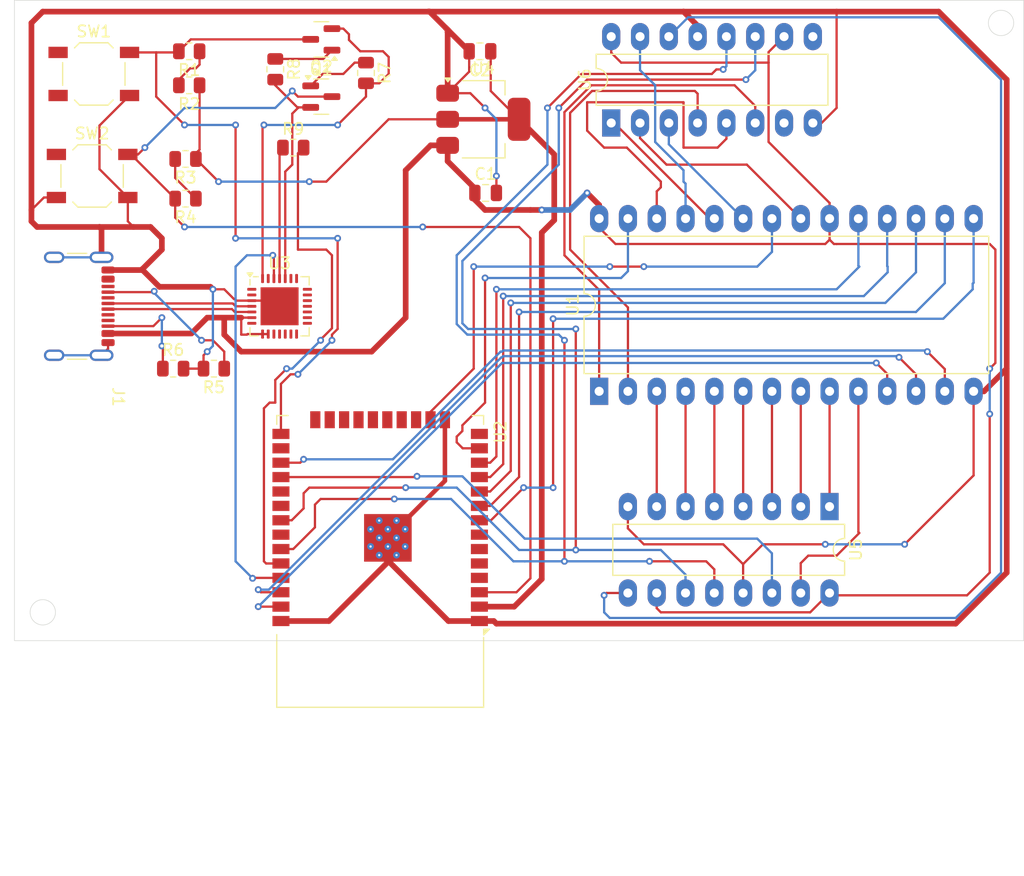
<source format=kicad_pcb>
(kicad_pcb (version 20240108) (generator "pcbnew") (generator_version "8.0")
  (layers (0 "F.Cu" signal) (31 "B.Cu" signal) (34 "B.Paste" user) (35 "F.Paste" user) (36 "B.SilkS" user "B.Silkscreen") (37 "F.SilkS" user "F.Silkscreen") (38 "B.Mask" user) (39 "F.Mask" user) (44 "Edge.Cuts" user))
  (net 0 "")
  (net 1 "+5V")
  (net 2 "Dn")
  (net 3 "Net-(J1-CC2)")
  (net 4 "Dp")
  (net 5 "Net-(J1-CC1)")
  (net 8 "GND")
  (net 9 "RTS")
  (net 10 "EN")
  (net 11 "Net-(Q1-B)")
  (net 12 "Net-(Q2-B)")
  (net 13 "IO0")
  (net 14 "DTR")
  (net 15 "Net-(R1-Pad1)")
  (net 16 "+3.3V")
  (net 17 "Net-(R3-Pad2)")
  (net 18 "Net-(U3-RXD)")
  (net 19 "RXD")
  (net 20 "OE")
  (net 21 "A10")
  (net 22 "A1")
  (net 23 "A14")
  (net 24 "D1")
  (net 25 "A3")
  (net 26 "A4")
  (net 27 "D6")
  (net 28 "WE")
  (net 29 "A6")
  (net 30 "A7")
  (net 31 "D0")
  (net 32 "A2")
  (net 33 "A12")
  (net 34 "A0")
  (net 35 "D2")
  (net 36 "A13")
  (net 37 "A8")
  (net 38 "D3")
  (net 39 "A9")
  (net 40 "D5")
  (net 41 "D4")
  (net 42 "A11")
  (net 43 "D7")
  (net 44 "A5")
  (net 53 "SRCP")
  (net 54 "D1R")
  (net 57 "STCP")
  (net 75 "TXD")
  (net 84 "D2R")
  (footprint "Package_TO_SOT_SMD:SOT-23" (layer "F.Cu") (at 54.5625 58)
    (property "Reference" "Q1")
    (property "Value" "SS8050")
  )
  (footprint "Resistor_SMD:R_0805_2012Metric" (layer "F.Cu") (at 42.9125 57 180)
    (property "Reference" "R2")
    (property "Value" "12k")
  )
  (footprint "Resistor_SMD:R_0805_2012Metric" (layer "F.Cu") (at 50.5 55.5875 -90)
    (property "Reference" "R8")
    (property "Value" "12k")
  )
  (footprint "Resistor_SMD:R_0805_2012Metric" (layer "F.Cu") (at 45.0875 82 180)
    (property "Reference" "R5")
    (property "Value" "5.1k")
  )
  (footprint "Package_TO_SOT_SMD:SOT-223-3_TabPin2" (layer "F.Cu") (at 68.85 60)
    (property "Reference" "U4")
    (property "Value" "AMS1117-3.3")
  )
  (footprint "Capacitor_SMD:C_0805_2012Metric" (layer "F.Cu") (at 68.55 54 180)
    (property "Reference" "C2")
    (property "Value" "100n")
  )
  (footprint "Capacitor_SMD:C_0805_2012Metric" (layer "F.Cu") (at 69.05 66.5)
    (property "Reference" "C1")
    (property "Value" "1u")
  )
  (footprint "Package_DIP:DIP-16_W7.62mm_LongPads" (layer "F.Cu") (at 99.375 94.175 -90)
    (property "Reference" "U5")
    (property "Value" "74HC595")
  )
  (footprint "Package_DIP:DIP-28_W15.24mm_LongPads" (layer "F.Cu") (at 79.06 84 90)
    (property "Reference" "U1")
    (property "Value" "28C256")
  )
  (footprint "Package_DFN_QFN:QFN-28-1EP_5x5mm_P0.5mm_EP3.35x3.35mm" (layer "F.Cu") (at 50.88 76.5)
    (property "Reference" "U3")
    (property "Value" "CP2102N-Axx-xQFN28")
  )
  (footprint "RF_Module:ESP32-WROOM-32" (layer "F.Cu") (at 59.75 96.02 180)
    (property "Reference" "U2")
    (property "Value" "ESP32-WROOM-32")
  )
  (footprint "Resistor_SMD:R_0805_2012Metric" (layer "F.Cu") (at 42.9125 54 180)
    (property "Reference" "R1")
    (property "Value" "470")
  )
  (footprint "Package_DIP:DIP-16_W7.62mm_LongPads" (layer "F.Cu") (at 80.125 60.325 90)
    (property "Reference" "U6")
    (property "Value" "74HC595")
  )
  (footprint "Package_TO_SOT_SMD:SOT-23" (layer "F.Cu") (at 54.5625 52.95 180)
    (property "Reference" "Q2")
    (property "Value" "SS8050")
  )
  (footprint "Resistor_SMD:R_0805_2012Metric" (layer "F.Cu") (at 41.5 82)
    (property "Reference" "R6")
    (property "Value" "5.1k")
  )
  (footprint "Resistor_SMD:R_0805_2012Metric" (layer "F.Cu") (at 42.5875 63.5 180)
    (property "Reference" "R3")
    (property "Value" "12k")
  )
  (footprint "Resistor_SMD:R_0805_2012Metric" (layer "F.Cu") (at 42.5875 67 180)
    (property "Reference" "R4")
    (property "Value" "470")
  )
  (footprint "Button_Switch_SMD:SW_SPST_TL3342" (layer "F.Cu") (at 34.5 56)
    (property "Reference" "SW1")
    (property "Value" "SW_Push")
  )
  (footprint "Connector_USB:USB_C_Receptacle_GCT_USB4105-xx-A_16P_TopMnt_Horizontal" (layer "F.Cu") (at 32.075 76.5 -90)
    (property "Reference" "J1")
    (property "Value" "USB_C_Receptacle_USB2.0_16P")
  )
  (footprint "Button_Switch_SMD:SW_SPST_TL3342" (layer "F.Cu") (at 34.35 65)
    (property "Reference" "SW2")
    (property "Value" "SW_Push")
  )
  (footprint "Resistor_SMD:R_0805_2012Metric" (layer "F.Cu") (at 52.0875 62.5)
    (property "Reference" "R9")
    (property "Value" "470")
  )
  (footprint "Resistor_SMD:R_0805_2012Metric" (layer "F.Cu") (at 58.5 55.9125 -90)
    (property "Reference" "R7")
    (property "Value" "12k")
  )
  (gr_rect (start 27.5 49.5) (end 116.5 106) (stroke (width 0.05)) (fill none) (layer "Edge.Cuts"))
  (gr_circle (center 114.5 51.5) (end 115.5 52) (stroke (width 0.05)) (fill none) (layer "Edge.Cuts"))
  (gr_circle (center 30 103.5) (end 31 104) (stroke (width 0.05)) (fill none) (layer "Edge.Cuts"))
  (segment (start 99.38 70.62) (end 99 71) (width 0.2) (layer "F.Cu") (net 1))
  (segment (start 62 77.5) (end 62 64.5) (width 0.5) (layer "F.Cu") (net 1))
  (segment (start 46 79) (end 47.5 80.5) (width 0.5) (layer "F.Cu") (net 1))
  (segment (start 113.5 86) (end 113.5 100) (width 0.2) (layer "F.Cu") (net 1))
  (segment (start 68.1 66.1) (end 65.7 63.7) (width 0.5) (layer "F.Cu") (net 1))
  (segment (start 46 77.5) (end 46 79) (width 0.5) (layer "F.Cu") (net 1))
  (segment (start 59 80.5) (end 62 77.5) (width 0.5) (layer "F.Cu") (net 1))
  (segment (start 114 71.5) (end 114 81.5) (width 0.2) (layer "F.Cu") (net 1))
  (segment (start 79.06 69.56) (end 79.06 68.76) (width 0.2) (layer "F.Cu") (net 1))
  (segment (start 99.38 70.62) (end 99.76 71) (width 0.2) (layer "F.Cu") (net 1))
  (segment (start 79.06 67.56) (end 79.06 68.76) (width 0.5) (layer "F.Cu") (net 1))
  (segment (start 73 68) (end 74 68) (width 0.5) (layer "F.Cu") (net 1))
  (segment (start 113.5 71) (end 114 71.5) (width 0.2) (layer "F.Cu") (net 1))
  (segment (start 48 79) (end 48.05 78.95) (width 0.2) (layer "F.Cu") (net 1))
  (segment (start 111.5 102) (end 99.58 102) (width 0.2) (layer "F.Cu") (net 1))
  (segment (start 81 55) (end 94 55) (width 0.2) (layer "F.Cu") (net 1))
  (segment (start 69 68) (end 73 68) (width 0.5) (layer "F.Cu") (net 1))
  (segment (start 99.38 68.76) (end 99.38 67.38) (width 0.2) (layer "F.Cu") (net 1))
  (segment (start 94 54.07) (end 95.365 52.705) (width 0.2) (layer "F.Cu") (net 1))
  (segment (start 47.5 77.5) (end 46 77.5) (width 0.5) (layer "F.Cu") (net 1))
  (segment (start 100 71) (end 113.5 71) (width 0.2) (layer "F.Cu") (net 1))
  (segment (start 84.135 101.795) (end 84.135 103.135) (width 0.2) (layer "F.Cu") (net 1))
  (segment (start 47.5 77.5) (end 47.5 79) (width 0.2) (layer "F.Cu") (net 1))
  (segment (start 49.38 78.95) (end 49.88 78.95) (width 0.2) (layer "F.Cu") (net 1))
  (segment (start 84.135 103.135) (end 84.5 103.5) (width 0.2) (layer "F.Cu") (net 1))
  (segment (start 47.5 80.5) (end 59 80.5) (width 0.5) (layer "F.Cu") (net 1))
  (segment (start 97.67 103.5) (end 99.375 101.795) (width 0.2) (layer "F.Cu") (net 1))
  (segment (start 64.2 62.3) (end 65.7 62.3) (width 0.5) (layer "F.Cu") (net 1))
  (segment (start 80.125 54.125) (end 81 55) (width 0.2) (layer "F.Cu") (net 1))
  (segment (start 114 81.5) (end 113.5 82) (width 0.2) (layer "F.Cu") (net 1))
  (segment (start 94 62) (end 94 55) (width 0.2) (layer "F.Cu") (net 1))
  (segment (start 65.7 63.7) (end 65.7 62.3) (width 0.5) (layer "F.Cu") (net 1))
  (segment (start 99.76 71) (end 100 71) (width 0.2) (layer "F.Cu") (net 1))
  (segment (start 78 66.5) (end 79.06 67.56) (width 0.5) (layer "F.Cu") (net 1))
  (segment (start 62 64.5) (end 64.2 62.3) (width 0.5) (layer "F.Cu") (net 1))
  (segment (start 99.38 67.38) (end 94 62) (width 0.2) (layer "F.Cu") (net 1))
  (segment (start 68.1 66.5) (end 68.1 66.1) (width 0.5) (layer "F.Cu") (net 1))
  (segment (start 94 55) (end 94 54.07) (width 0.2) (layer "F.Cu") (net 1))
  (segment (start 99 71) (end 80.5 71) (width 0.2) (layer "F.Cu") (net 1))
  (segment (start 99.58 102) (end 99.375 101.795) (width 0.2) (layer "F.Cu") (net 1))
  (segment (start 113.5 100) (end 111.5 102) (width 0.2) (layer "F.Cu") (net 1))
  (segment (start 68.1 67.1) (end 69 68) (width 0.5) (layer "F.Cu") (net 1))
  (segment (start 44.5 77.5) (end 43.1 78.9) (width 0.5) (layer "F.Cu") (net 1))
  (segment (start 48.05 78.95) (end 49.38 78.95) (width 0.2) (layer "F.Cu") (net 1))
  (segment (start 80.125 52.705) (end 80.125 54.125) (width 0.2) (layer "F.Cu") (net 1))
  (segment (start 99.38 68.76) (end 99.38 70.62) (width 0.2) (layer "F.Cu") (net 1))
  (segment (start 80.5 71) (end 79.06 69.56) (width 0.2) (layer "F.Cu") (net 1))
  (segment (start 68.1 66.5) (end 68.1 67.1) (width 0.5) (layer "F.Cu") (net 1))
  (segment (start 84.5 103.5) (end 97.67 103.5) (width 0.2) (layer "F.Cu") (net 1))
  (segment (start 46 77.5) (end 44.5 77.5) (width 0.5) (layer "F.Cu") (net 1))
  (segment (start 48.43 77.5) (end 47.5 77.5) (width 0.2) (layer "F.Cu") (net 1))
  (segment (start 43.1 78.9) (end 35.755 78.9) (width 0.5) (layer "F.Cu") (net 1))
  (segment (start 47.5 79) (end 48 79) (width 0.2) (layer "F.Cu") (net 1))
  (via (at 78 66.5) (size 0.6) (drill 0.3) (layers "F.Cu" "B.Cu") (net 1))
  (via (at 113.5 86) (size 0.6) (drill 0.3) (layers "F.Cu" "B.Cu") (net 1))
  (via (at 113.5 82) (size 0.6) (drill 0.3) (layers "F.Cu" "B.Cu") (net 1))
  (via (at 74 68) (size 0.6) (drill 0.3) (layers "F.Cu" "B.Cu") (net 1))
  (segment (start 113.5 82) (end 113.5 86) (width 0.2) (layer "B.Cu") (net 1))
  (segment (start 76.5 68) (end 78 66.5) (width 0.5) (layer "B.Cu") (net 1))
  (segment (start 74 68) (end 76.5 68) (width 0.5) (layer "B.Cu") (net 1))
  (segment (start 46.934314 77) (end 46.684314 76.75) (width 0.2) (layer "F.Cu") (net 2))
  (segment (start 46.684314 76.75) (end 35.755 76.75) (width 0.2) (layer "F.Cu") (net 2))
  (segment (start 48.43 77) (end 46.934314 77) (width 0.2) (layer "F.Cu") (net 2))
  (segment (start 40.5875 82) (end 40.5875 80.0875) (width 0.2) (layer "F.Cu") (net 3))
  (segment (start 40.5875 80.0875) (end 40.5 80) (width 0.2) (layer "F.Cu") (net 3))
  (segment (start 40.5 77.5) (end 39.75 78.25) (width 0.2) (layer "F.Cu") (net 3))
  (segment (start 39.75 78.25) (end 35.755 78.25) (width 0.2) (layer "F.Cu") (net 3))
  (via (at 40.5 80) (size 0.6) (drill 0.3) (layers "F.Cu" "B.Cu") (net 3))
  (via (at 40.5 77.5) (size 0.6) (drill 0.3) (layers "F.Cu" "B.Cu") (net 3))
  (segment (start 40.5 77.5) (end 40.5 80) (width 0.2) (layer "B.Cu") (net 3))
  (segment (start 48.43 76.5) (end 47 76.5) (width 0.2) (layer "F.Cu") (net 4))
  (segment (start 47 76.5) (end 46.75 76.25) (width 0.2) (layer "F.Cu") (net 4))
  (segment (start 46.75 76.25) (end 35.755 76.25) (width 0.2) (layer "F.Cu") (net 4))
  (segment (start 39.75 75.25) (end 35.755 75.25) (width 0.2) (layer "F.Cu") (net 5))
  (segment (start 45 79.5) (end 46 80.5) (width 0.2) (layer "F.Cu") (net 5))
  (segment (start 39.825735 75.174265) (end 39.75 75.25) (width 0.2) (layer "F.Cu") (net 5))
  (segment (start 44 79.5) (end 45 79.5) (width 0.2) (layer "F.Cu") (net 5))
  (segment (start 46 80.5) (end 46 82) (width 0.2) (layer "F.Cu") (net 5))
  (via (at 39.825735 75.174265) (size 0.6) (drill 0.3) (layers "F.Cu" "B.Cu") (net 5))
  (via (at 44 79.5) (size 0.6) (drill 0.3) (layers "F.Cu" "B.Cu") (net 5))
  (segment (start 39.825735 75.174265) (end 39.825735 75.325735) (width 0.2) (layer "B.Cu") (net 5))
  (segment (start 39.825735 75.325735) (end 44 79.5) (width 0.2) (layer "B.Cu") (net 5))
  (segment (start 113 84) (end 112.08 84) (width 0.5) (layer "F.Cu") (net 8))
  (segment (start 48.43 76) (end 50.38 76) (width 0.2) (layer "F.Cu") (net 8))
  (segment (start 86.5 50.5) (end 100 50.5) (width 0.5) (layer "F.Cu") (net 8))
  (segment (start 65.77 104.27) (end 60.5 99) (width 0.5) (layer "F.Cu") (net 8))
  (segment (start 35.755 80.245) (end 35.18 80.82) (width 0.2) (layer "F.Cu") (net 8))
  (segment (start 46.915686 75.85) (end 47.065686 76) (width 0.2) (layer "F.Cu") (net 8))
  (segment (start 100 59) (end 100 50.5) (width 0.2) (layer "F.Cu") (net 8))
  (segment (start 109 50.5) (end 115 56.5) (width 0.5) (layer "F.Cu") (net 8))
  (segment (start 68.5 104.27) (end 65.77 104.27) (width 0.5) (layer "F.Cu") (net 8))
  (segment (start 35 69.5) (end 29.5 69.5) (width 0.5) (layer "F.Cu") (net 8))
  (segment (start 35 69.5) (end 35.18 69.68) (width 0.5) (layer "F.Cu") (net 8))
  (segment (start 65.7 52.3) (end 65.7 52.1) (width 0.5) (layer "F.Cu") (net 8))
  (segment (start 83 97.5) (end 90 97.5) (width 0.2) (layer "F.Cu") (net 8))
  (segment (start 35 64.4) (end 37.5 66.9) (width 0.2) (layer "F.Cu") (net 8))
  (segment (start 29.5 69.5) (end 29 69) (width 0.5) (layer "F.Cu") (net 8))
  (segment (start 64.1 50.5) (end 65.55 51.95) (width 0.5) (layer "F.Cu") (net 8))
  (segment (start 115 56.5) (end 115 82) (width 0.5) (layer "F.Cu") (net 8))
  (segment (start 40.5 70.5) (end 39.5 69.5) (width 0.5) (layer "F.Cu") (net 8))
  (segment (start 81.595 96.095) (end 83 97.5) (width 0.2) (layer "F.Cu") (net 8))
  (segment (start 60.5 99) (end 55.23 104.27) (width 0.5) (layer "F.Cu") (net 8))
  (segment (start 30.1 66.9) (end 29 68) (width 0.2) (layer "F.Cu") (net 8))
  (segment (start 115 82) (end 115 100) (width 0.5) (layer "F.Cu") (net 8))
  (segment (start 110.5 104.5) (end 70 104.5) (width 0.5) (layer "F.Cu") (net 8))
  (segment (start 90 97.5) (end 91.755 99.255) (width 0.2) (layer "F.Cu") (net 8))
  (segment (start 44.175 82) (end 44.175 80.825) (width 0.2) (layer "F.Cu") (net 8))
  (segment (start 115 100) (end 110.5 104.5) (width 0.5) (layer "F.Cu") (net 8))
  (segment (start 65.7 52.1) (end 65.55 51.95) (width 0.5) (layer "F.Cu") (net 8))
  (segment (start 50.38 76) (end 50.88 76.5) (width 0.2) (layer "F.Cu") (net 8))
  (segment (start 65.46 86.51) (end 65.46 91.9) (width 0.4) (layer "F.Cu") (net 8))
  (segment (start 64 50.5) (end 86.5 50.5) (width 0.5) (layer "F.Cu") (net 8))
  (segment (start 38.8 73.3) (end 38.8 73.2) (width 0.5) (layer "F.Cu") (net 8))
  (segment (start 69.77 104.27) (end 68.5 104.27) (width 0.5) (layer "F.Cu") (net 8))
  (segment (start 40.282808 74.782808) (end 44.782808 74.782808) (width 0.5) (layer "F.Cu") (net 8))
  (segment (start 38.8 73.3) (end 40.282808 74.782808) (width 0.5) (layer "F.Cu") (net 8))
  (segment (start 47.065686 76) (end 48.43 76) (width 0.2) (layer "F.Cu") (net 8))
  (segment (start 35 60.55) (end 35 64.4) (width 0.2) (layer "F.Cu") (net 8))
  (segment (start 29 51.5) (end 30 50.5) (width 0.5) (layer "F.Cu") (net 8))
  (segment (start 87.745 51.745) (end 87.745 52.705) (width 0.5) (layer "F.Cu") (net 8))
  (segment (start 35.755 79.7) (end 35.755 80.245) (width 0.2) (layer "F.Cu") (net 8))
  (segment (start 29 69) (end 29 68) (width 0.5) (layer "F.Cu") (net 8))
  (segment (start 39.5 69.5) (end 38 69.5) (width 0.5) (layer "F.Cu") (net 8))
  (segment (start 86.5 50.5) (end 87.745 51.745) (width 0.5) (layer "F.Cu") (net 8))
  (segment (start 97.905 60.325) (end 98.675 60.325) (width 0.2) (layer "F.Cu") (net 8))
  (segment (start 46.85 75.85) (end 46.915686 75.85) (width 0.2) (layer "F.Cu") (net 8))
  (segment (start 37.5 69) (end 38 69.5) (width 0.2) (layer "F.Cu") (net 8))
  (segment (start 115 82) (end 113 84) (width 0.5) (layer "F.Cu") (net 8))
  (segment (start 37.65 57.9) (end 35 60.55) (width 0.2) (layer "F.Cu") (net 8))
  (segment (start 112.08 91.42) (end 112.08 84) (width 0.2) (layer "F.Cu") (net 8))
  (segment (start 38.8 73.2) (end 40.5 71.5) (width 0.5) (layer "F.Cu") (net 8))
  (segment (start 98.675 60.325) (end 100 59) (width 0.2) (layer "F.Cu") (net 8))
  (segment (start 81.595 94.175) (end 81.595 96.095) (width 0.2) (layer "F.Cu") (net 8))
  (segment (start 67.6 54) (end 67.6 55.8) (width 0.2) (layer "F.Cu") (net 8))
  (segment (start 60.43 98.93) (end 60.43 96.93) (width 0.2) (layer "F.Cu") (net 8))
  (segment (start 93.5 97.5) (end 99 97.5) (width 0.2) (layer "F.Cu") (net 8))
  (segment (start 106 97.5) (end 112.08 91.42) (width 0.2) (layer "F.Cu") (net 8))
  (segment (start 60.5 99) (end 60.43 98.93) (width 0.5) (layer "F.Cu") (net 8))
  (segment (start 40.5 71.5) (end 40.5 70.5) (width 0.5) (layer "F.Cu") (net 8))
  (segment (start 31.2 66.9) (end 30.1 66.9) (width 0.2) (layer "F.Cu") (net 8))
  (segment (start 67.6 55.8) (end 65.7 57.7) (width 0.2) (layer "F.Cu") (net 8))
  (segment (start 55.23 104.27) (end 51 104.27) (width 0.5) (layer "F.Cu") (net 8))
  (segment (start 70 104.5) (end 69.77 104.27) (width 0.5) (layer "F.Cu") (net 8))
  (segment (start 65.8 52.2) (end 67.6 54) (width 0.5) (layer "F.Cu") (net 8))
  (segment (start 64 50.5) (end 64.1 50.5) (width 0.5) (layer "F.Cu") (net 8))
  (segment (start 67.7 57.7) (end 65.7 57.7) (width 0.2) (layer "F.Cu") (net 8))
  (segment (start 37.5 66.9) (end 37.5 69) (width 0.2) (layer "F.Cu") (net 8))
  (segment (start 65.8 52.2) (end 65.7 52.3) (width 0.5) (layer "F.Cu") (net 8))
  (segment (start 46 75) (end 46.85 75.85) (width 0.2) (layer "F.Cu") (net 8))
  (segment (start 29 68) (end 29 51.5) (width 0.5) (layer "F.Cu") (net 8))
  (segment (start 91.755 99.255) (end 91.755 99.245) (width 0.2) (layer "F.Cu") (net 8))
  (segment (start 38.8 73.3) (end 35.755 73.3) (width 0.5) (layer "F.Cu") (net 8))
  (segment (start 35.18 69.68) (end 35.18 72.18) (width 0.5) (layer "F.Cu") (net 8))
  (segment (start 65.55 51.95) (end 65.8 52.2) (width 0.5) (layer "F.Cu") (net 8))
  (segment (start 45 75) (end 46 75) (width 0.2) (layer "F.Cu") (net 8))
  (segment (start 69 59) (end 67.7 57.7) (width 0.2) (layer "F.Cu") (net 8))
  (segment (start 65.46 91.9) (end 60.43 96.93) (width 0.4) (layer "F.Cu") (net 8))
  (segment (start 100 50.5) (end 109 50.5) (width 0.5) (layer "F.Cu") (net 8))
  (segment (start 42.4125 82) (end 44.175 82) (width 0.2) (layer "F.Cu") (net 8))
  (segment (start 91.755 99.245) (end 93.5 97.5) (width 0.2) (layer "F.Cu") (net 8))
  (segment (start 91.755 99.255) (end 91.755 101.795) (width 0.2) (layer "F.Cu") (net 8))
  (segment (start 44.175 80.825) (end 44.5 80.5) (width 0.2) (layer "F.Cu") (net 8))
  (segment (start 30 50.5) (end 64 50.5) (width 0.5) (layer "F.Cu") (net 8))
  (segment (start 44.782808 74.782808) (end 45 75) (width 0.5) (layer "F.Cu") (net 8))
  (segment (start 70 66.5) (end 70 65) (width 0.2) (layer "F.Cu") (net 8))
  (segment (start 65.7 52.3) (end 65.7 57.7) (width 0.5) (layer "F.Cu") (net 8))
  (segment (start 38 69.5) (end 35 69.5) (width 0.5) (layer "F.Cu") (net 8))
  (via (at 99 97.5) (size 0.6) (drill 0.3) (layers "F.Cu" "B.Cu") (net 8))
  (via (at 106 97.5) (size 0.6) (drill 0.3) (layers "F.Cu" "B.Cu") (net 8))
  (via (at 69 59) (size 0.6) (drill 0.3) (layers "F.Cu" "B.Cu") (net 8))
  (via (at 70 65) (size 0.6) (drill 0.3) (layers "F.Cu" "B.Cu") (net 8))
  (via (at 44.5 80.5) (size 0.6) (drill 0.3) (layers "F.Cu" "B.Cu") (net 8))
  (via (at 45 75) (size 0.6) (drill 0.3) (layers "F.Cu" "B.Cu") (net 8))
  (segment (start 99 97.5) (end 106 97.5) (width 0.2) (layer "B.Cu") (net 8))
  (segment (start 70 60) (end 69 59) (width 0.2) (layer "B.Cu") (net 8))
  (segment (start 45 80) (end 45 75) (width 0.2) (layer "B.Cu") (net 8))
  (segment (start 31 80.82) (end 35.18 80.82) (width 0.2) (layer "B.Cu") (net 8))
  (segment (start 31 72.18) (end 35.18 72.18) (width 0.2) (layer "B.Cu") (net 8))
  (segment (start 44.5 80.5) (end 45 80) (width 0.2) (layer "B.Cu") (net 8))
  (segment (start 70 65) (end 70 60) (width 0.2) (layer "B.Cu") (net 8))
  (segment (start 50.5 57) (end 50.5 56.5) (width 0.2) (layer "F.Cu") (net 9))
  (segment (start 52.55 58.95) (end 52.5 59) (width 0.2) (layer "F.Cu") (net 9))
  (segment (start 52 59.5) (end 52.55 58.95) (width 0.2) (layer "F.Cu") (net 9))
  (segment (start 52.5 59) (end 50.5 57) (width 0.2) (layer "F.Cu") (net 9))
  (segment (start 51.38 74.05) (end 51.38 64.62) (width 0.2) (layer "F.Cu") (net 9))
  (segment (start 52 64) (end 52 59.5) (width 0.2) (layer "F.Cu") (net 9))
  (segment (start 53.625 58.95) (end 52.55 58.95) (width 0.2) (layer "F.Cu") (net 9))
  (segment (start 51.38 64.62) (end 52 64) (width 0.2) (layer "F.Cu") (net 9))
  (segment (start 41.675 67) (end 41.675 68.675) (width 0.2) (layer "F.Cu") (net 10))
  (segment (start 38.4 63.1) (end 39 62.5) (width 0.2) (layer "F.Cu") (net 10))
  (segment (start 63.5 69.5) (end 72 69.5) (width 0.2) (layer "F.Cu") (net 10))
  (segment (start 73 70.5) (end 73 100.5) (width 0.2) (layer "F.Cu") (net 10))
  (segment (start 71.77 101.73) (end 68.5 101.73) (width 0.2) (layer "F.Cu") (net 10))
  (segment (start 72 69.5) (end 73 70.5) (width 0.2) (layer "F.Cu") (net 10))
  (segment (start 55.5 58) (end 52.5 58) (width 0.2) (layer "F.Cu") (net 10))
  (segment (start 41.675 67) (end 37.775 63.1) (width 0.2) (layer "F.Cu") (net 10))
  (segment (start 37.775 63.1) (end 37.5 63.1) (width 0.2) (layer "F.Cu") (net 10))
  (segment (start 73 100.5) (end 71.77 101.73) (width 0.2) (layer "F.Cu") (net 10))
  (segment (start 37.5 63.1) (end 38.4 63.1) (width 0.2) (layer "F.Cu") (net 10))
  (segment (start 41.675 68.675) (end 42.5 69.5) (width 0.2) (layer "F.Cu") (net 10))
  (segment (start 52.5 58) (end 52 57.5) (width 0.2) (layer "F.Cu") (net 10))
  (via (at 39 62.5) (size 0.6) (drill 0.3) (layers "F.Cu" "B.Cu") (net 10))
  (via (at 63.5 69.5) (size 0.6) (drill 0.3) (layers "F.Cu" "B.Cu") (net 10))
  (via (at 52 57.5) (size 0.6) (drill 0.3) (layers "F.Cu" "B.Cu") (net 10))
  (via (at 42.5 69.5) (size 0.6) (drill 0.3) (layers "F.Cu" "B.Cu") (net 10))
  (segment (start 52 57.5) (end 50.5 59) (width 0.2) (layer "B.Cu") (net 10))
  (segment (start 42.5 59) (end 39 62.5) (width 0.2) (layer "B.Cu") (net 10))
  (segment (start 50.5 59) (end 42.5 59) (width 0.2) (layer "B.Cu") (net 10))
  (segment (start 42.5 69.5) (end 63.5 69.5) (width 0.2) (layer "B.Cu") (net 10))
  (segment (start 54.675 56) (end 56.5 56) (width 0.2) (layer "F.Cu") (net 11))
  (segment (start 56.5 56) (end 57.5 55) (width 0.2) (layer "F.Cu") (net 11))
  (segment (start 57.5 55) (end 58.5 55) (width 0.2) (layer "F.Cu") (net 11))
  (segment (start 53.625 57.05) (end 54.675 56) (width 0.2) (layer "F.Cu") (net 11))
  (segment (start 50.5 54.675) (end 54.725 54.675) (width 0.2) (layer "F.Cu") (net 12))
  (segment (start 54.725 54.675) (end 55.5 53.9) (width 0.2) (layer "F.Cu") (net 12))
  (segment (start 56 70.5) (end 56 78.5) (width 0.2) (layer "F.Cu") (net 13))
  (segment (start 37.65 54.1) (end 40 54.1) (width 0.2) (layer "F.Cu") (net 13))
  (segment (start 51.848529 82.5) (end 51 83.348529) (width 0.2) (layer "F.Cu") (net 13))
  (segment (start 47 60.5) (end 47 70.5) (width 0.2) (layer "F.Cu") (net 13))
  (segment (start 56 78.5) (end 55.5 79) (width 0.2) (layer "F.Cu") (net 13))
  (segment (start 51 83.348529) (end 51 87.76) (width 0.2) (layer "F.Cu") (net 13))
  (segment (start 53.625 52.95) (end 43.05 52.95) (width 0.2) (layer "F.Cu") (net 13))
  (segment (start 55.5 79) (end 55.5 79.5) (width 0.2) (layer "F.Cu") (net 13))
  (segment (start 52.5 82.5) (end 51.848529 82.5) (width 0.2) (layer "F.Cu") (net 13))
  (segment (start 43.05 52.95) (end 42 54) (width 0.2) (layer "F.Cu") (net 13))
  (segment (start 40 54.1) (end 40 58) (width 0.2) (layer "F.Cu") (net 13))
  (segment (start 40 58) (end 42.5 60.5) (width 0.2) (layer "F.Cu") (net 13))
  (segment (start 41.9 54.1) (end 42 54) (width 0.2) (layer "F.Cu") (net 13))
  (segment (start 40 54.1) (end 41.9 54.1) (width 0.2) (layer "F.Cu") (net 13))
  (via (at 47 70.5) (size 0.6) (drill 0.3) (layers "F.Cu" "B.Cu") (net 13))
  (via (at 52.5 82.5) (size 0.6) (drill 0.3) (layers "F.Cu" "B.Cu") (net 13))
  (via (at 42.5 60.5) (size 0.6) (drill 0.3) (layers "F.Cu" "B.Cu") (net 13))
  (via (at 47 60.5) (size 0.6) (drill 0.3) (layers "F.Cu" "B.Cu") (net 13))
  (via (at 56 70.5) (size 0.6) (drill 0.3) (layers "F.Cu" "B.Cu") (net 13))
  (via (at 55.5 79.5) (size 0.6) (drill 0.3) (layers "F.Cu" "B.Cu") (net 13))
  (segment (start 47 70.5) (end 56 70.5) (width 0.2) (layer "B.Cu") (net 13))
  (segment (start 55.5 79.5) (end 52.5 82.5) (width 0.2) (layer "B.Cu") (net 13))
  (segment (start 42.5 60.5) (end 47 60.5) (width 0.2) (layer "B.Cu") (net 13))
  (segment (start 60 54) (end 58 54) (width 0.2) (layer "F.Cu") (net 14))
  (segment (start 58.5 56.825) (end 58.5 58) (width 0.2) (layer "F.Cu") (net 14))
  (segment (start 57 53) (end 57 52.5) (width 0.2) (layer "F.Cu") (net 14))
  (segment (start 49.5 60.5) (end 49.38 60.62) (width 0.2) (layer "F.Cu") (net 14))
  (segment (start 58 54) (end 57 53) (width 0.2) (layer "F.Cu") (net 14))
  (segment (start 57 52.5) (end 56.5 52) (width 0.2) (layer "F.Cu") (net 14))
  (segment (start 49.38 60.62) (end 49.38 74.05) (width 0.2) (layer "F.Cu") (net 14))
  (segment (start 58.5 56.825) (end 59.675 56.825) (width 0.2) (layer "F.Cu") (net 14))
  (segment (start 60.5 56) (end 60.5 54.5) (width 0.2) (layer "F.Cu") (net 14))
  (segment (start 59.675 56.825) (end 60.5 56) (width 0.2) (layer "F.Cu") (net 14))
  (segment (start 56.5 52) (end 55.5 52) (width 0.2) (layer "F.Cu") (net 14))
  (segment (start 58.5 58) (end 56 60.5) (width 0.2) (layer "F.Cu") (net 14))
  (segment (start 60.5 54.5) (end 60 54) (width 0.2) (layer "F.Cu") (net 14))
  (via (at 56 60.5) (size 0.6) (drill 0.3) (layers "F.Cu" "B.Cu") (net 14))
  (via (at 49.5 60.5) (size 0.6) (drill 0.3) (layers "F.Cu" "B.Cu") (net 14))
  (segment (start 56 60.5) (end 49.5 60.5) (width 0.2) (layer "B.Cu") (net 14))
  (segment (start 43.825 54) (end 43.825 55.175) (width 0.2) (layer "F.Cu") (net 15))
  (segment (start 43.5 55.5) (end 43 55.5) (width 0.2) (layer "F.Cu") (net 15))
  (segment (start 42 56.5) (end 42 57) (width 0.2) (layer "F.Cu") (net 15))
  (segment (start 43 55.5) (end 42 56.5) (width 0.2) (layer "F.Cu") (net 15))
  (segment (start 43.825 55.175) (end 43.5 55.5) (width 0.2) (layer "F.Cu") (net 15))
  (segment (start 74 70) (end 75.1 68.9) (width 0.5) (layer "F.Cu") (net 16))
  (segment (start 43.825 62.675) (end 43.825 57) (width 0.2) (layer "F.Cu") (net 16))
  (segment (start 74 100.565686) (end 74 70) (width 0.5) (layer "F.Cu") (net 16))
  (segment (start 43.5 63) (end 43.825 62.675) (width 0.2) (layer "F.Cu") (net 16))
  (segment (start 43.5 63.5) (end 43.5 63) (width 0.2) (layer "F.Cu") (net 16))
  (segment (start 75.1 63.1) (end 72 60) (width 0.5) (layer "F.Cu") (net 16))
  (segment (start 68.5 103) (end 71.565686 103) (width 0.5) (layer "F.Cu") (net 16))
  (segment (start 69.5 57.5) (end 72 60) (width 0.2) (layer "F.Cu") (net 16))
  (segment (start 55 65.5) (end 60.5 60) (width 0.2) (layer "F.Cu") (net 16))
  (segment (start 69.5 54) (end 69.5 57.5) (width 0.2) (layer "F.Cu") (net 16))
  (segment (start 71.565686 103) (end 74 100.565686) (width 0.5) (layer "F.Cu") (net 16))
  (segment (start 53.5 65.5) (end 55 65.5) (width 0.2) (layer "F.Cu") (net 16))
  (segment (start 75.1 68.9) (end 75.1 63.1) (width 0.5) (layer "F.Cu") (net 16))
  (segment (start 60.5 60) (end 65.7 60) (width 0.2) (layer "F.Cu") (net 16))
  (segment (start 65.7 60) (end 72 60) (width 0.4) (layer "F.Cu") (net 16))
  (segment (start 43.5 63.5) (end 45.5 65.5) (width 0.2) (layer "F.Cu") (net 16))
  (via (at 45.5 65.5) (size 0.6) (drill 0.3) (layers "F.Cu" "B.Cu") (net 16))
  (via (at 53.5 65.5) (size 0.6) (drill 0.3) (layers "F.Cu" "B.Cu") (net 16))
  (segment (start 45.5 65.5) (end 53 65.5) (width 0.2) (layer "B.Cu") (net 16))
  (segment (start 53 65.5) (end 53.5 65.5) (width 0.2) (layer "B.Cu") (net 16))
  (segment (start 41.675 65.175) (end 43.5 67) (width 0.2) (layer "F.Cu") (net 17))
  (segment (start 41.675 63.5) (end 41.675 65.175) (width 0.2) (layer "F.Cu") (net 17))
  (segment (start 50.88 74.05) (end 50.88 62.795) (width 0.2) (layer "F.Cu") (net 18))
  (segment (start 50.88 62.795) (end 51.175 62.5) (width 0.2) (layer "F.Cu") (net 18))
  (segment (start 49.69 99.19) (end 51 99.19) (width 0.2) (layer "F.Cu") (net 19))
  (segment (start 55 71.5) (end 55.5 72) (width 0.2) (layer "F.Cu") (net 19))
  (segment (start 55.5 78.434314) (end 54.5 79.434314) (width 0.2) (layer "F.Cu") (net 19))
  (segment (start 53 62.5) (end 52.5 63) (width 0.2) (layer "F.Cu") (net 19))
  (segment (start 52.5 71.5) (end 55 71.5) (width 0.2) (layer "F.Cu") (net 19))
  (segment (start 49.5 99) (end 49.69 99.19) (width 0.2) (layer "F.Cu") (net 19))
  (segment (start 51.5 82) (end 50.5 83) (width 0.2) (layer "F.Cu") (net 19))
  (segment (start 50.5 85) (end 50 85) (width 0.2) (layer "F.Cu") (net 19))
  (segment (start 54.5 79.434314) (end 54.5 79.5) (width 0.2) (layer "F.Cu") (net 19))
  (segment (start 52.5 63) (end 52.5 71.5) (width 0.2) (layer "F.Cu") (net 19))
  (segment (start 55.5 72) (end 55.5 78.434314) (width 0.2) (layer "F.Cu") (net 19))
  (segment (start 50 85) (end 49.5 85.5) (width 0.2) (layer "F.Cu") (net 19))
  (segment (start 49.5 85.5) (end 49.5 99) (width 0.2) (layer "F.Cu") (net 19))
  (segment (start 50.5 83) (end 50.5 85) (width 0.2) (layer "F.Cu") (net 19))
  (via (at 54.5 79.5) (size 0.6) (drill 0.3) (layers "F.Cu" "B.Cu") (net 19))
  (via (at 51.5 82) (size 0.6) (drill 0.3) (layers "F.Cu" "B.Cu") (net 19))
  (segment (start 52 82) (end 51.5 82) (width 0.2) (layer "B.Cu") (net 19))
  (segment (start 54.5 79.5) (end 52 82) (width 0.2) (layer "B.Cu") (net 19))
  (segment (start 64.19 85.81) (end 68 82) (width 0.2) (layer "F.Cu") (net 20))
  (segment (start 80 73) (end 83 73) (width 0.2) (layer "F.Cu") (net 20))
  (segment (start 68 82) (end 68 73) (width 0.2) (layer "F.Cu") (net 20))
  (segment (start 64.19 86.51) (end 64.19 85.81) (width 0.2) (layer "F.Cu") (net 20))
  (via (at 68 73) (size 0.6) (drill 0.3) (layers "F.Cu" "B.Cu") (net 20))
  (via (at 80 73) (size 0.6) (drill 0.3) (layers "F.Cu" "B.Cu") (net 20))
  (via (at 83 73) (size 0.6) (drill 0.3) (layers "F.Cu" "B.Cu") (net 20))
  (segment (start 83 73) (end 93 73) (width 0.2) (layer "B.Cu") (net 20))
  (segment (start 94.3 71.7) (end 94.3 68.76) (width 0.2) (layer "B.Cu") (net 20))
  (segment (start 68 73) (end 80 73) (width 0.2) (layer "B.Cu") (net 20))
  (segment (start 93 73) (end 94.3 71.7) (width 0.2) (layer "B.Cu") (net 20))
  (segment (start 82.665 60.325) (end 82.665 61.665) (width 0.2) (layer "F.Cu") (net 21))
  (segment (start 82.665 61.665) (end 85 64) (width 0.2) (layer "F.Cu") (net 21))
  (segment (start 92.08 64) (end 96.84 68.76) (width 0.2) (layer "F.Cu") (net 21))
  (segment (start 85 64) (end 92.08 64) (width 0.2) (layer "F.Cu") (net 21))
  (segment (start 99.38 94.17) (end 99.375 94.175) (width 0.2) (layer "F.Cu") (net 22))
  (segment (start 99.38 84) (end 99.38 94.17) (width 0.2) (layer "F.Cu") (net 22))
  (segment (start 79.06 75.06) (end 76 72) (width 0.2) (layer "F.Cu") (net 23))
  (segment (start 92.825 58.825) (end 92.825 60.325) (width 0.2) (layer "F.Cu") (net 23))
  (segment (start 91 57) (end 92.825 58.825) (width 0.2) (layer "F.Cu") (net 23))
  (segment (start 79.06 84) (end 79.06 75.06) (width 0.2) (layer "F.Cu") (net 23))
  (segment (start 78.368629 57) (end 91 57) (width 0.2) (layer "F.Cu") (net 23))
  (segment (start 76 59.368629) (end 78.368629 57) (width 0.2) (layer "F.Cu") (net 23))
  (segment (start 76 72) (end 76 59.368629) (width 0.2) (layer "F.Cu") (net 23))
  (segment (start 107 82.5) (end 107 84) (width 0.2) (layer "F.Cu") (net 24))
  (segment (start 105.5 81) (end 107 82.5) (width 0.2) (layer "F.Cu") (net 24))
  (segment (start 51 101.73) (end 49.23 101.73) (width 0.2) (layer "F.Cu") (net 24))
  (segment (start 49.23 101.73) (end 49 101.5) (width 0.2) (layer "F.Cu") (net 24))
  (via (at 105.5 81) (size 0.6) (drill 0.3) (layers "F.Cu" "B.Cu") (net 24))
  (via (at 49 101.5) (size 0.6) (drill 0.3) (layers "F.Cu" "B.Cu") (net 24))
  (segment (start 52.967157 98.467157) (end 70.434314 81) (width 0.2) (layer "B.Cu") (net 24))
  (segment (start 70.434314 81) (end 70.5 81) (width 0.2) (layer "B.Cu") (net 24))
  (segment (start 105.4 80.9) (end 105.5 81) (width 0.2) (layer "B.Cu") (net 24))
  (segment (start 49.934314 101.5) (end 52.967157 98.467157) (width 0.2) (layer "B.Cu") (net 24))
  (segment (start 70.6 80.9) (end 105.4 80.9) (width 0.2) (layer "B.Cu") (net 24))
  (segment (start 49 101.5) (end 49.934314 101.5) (width 0.2) (layer "B.Cu") (net 24))
  (segment (start 70.5 81) (end 70.6 80.9) (width 0.2) (layer "B.Cu") (net 24))
  (segment (start 94.3 84) (end 94.3 94.17) (width 0.2) (layer "F.Cu") (net 25))
  (segment (start 94.3 94.17) (end 94.295 94.175) (width 0.2) (layer "F.Cu") (net 25))
  (segment (start 91.76 84) (end 91.76 94.17) (width 0.2) (layer "F.Cu") (net 26))
  (segment (start 91.76 94.17) (end 91.755 94.175) (width 0.2) (layer "F.Cu") (net 26))
  (segment (start 69.45 91.57) (end 70.6 90.42) (width 0.2) (layer "F.Cu") (net 27))
  (segment (start 70.6 90.42) (end 70.6 75.6) (width 0.2) (layer "F.Cu") (net 27))
  (segment (start 68.5 91.57) (end 69.45 91.57) (width 0.2) (layer "F.Cu") (net 27))
  (via (at 70.6 75.6) (size 0.6) (drill 0.3) (layers "F.Cu" "B.Cu") (net 27))
  (segment (start 104.46 72.96) (end 104.46 68.76) (width 0.2) (layer "B.Cu") (net 27))
  (segment (start 104.5 73) (end 104.46 72.96) (width 0.2) (layer "B.Cu") (net 27))
  (segment (start 102.4 75.6) (end 104.5 73.5) (width 0.2) (layer "B.Cu") (net 27))
  (segment (start 104.5 73.5) (end 104.5 73) (width 0.2) (layer "B.Cu") (net 27))
  (segment (start 70.6 75.6) (end 102.4 75.6) (width 0.2) (layer "B.Cu") (net 27))
  (segment (start 69 85) (end 69 74) (width 0.2) (layer "F.Cu") (net 28))
  (segment (start 67 89) (end 66.5 88.5) (width 0.2) (layer "F.Cu") (net 28))
  (segment (start 67 87.5) (end 67 87) (width 0.2) (layer "F.Cu") (net 28))
  (segment (start 67.5 86.5) (end 69 85) (width 0.2) (layer "F.Cu") (net 28))
  (segment (start 66.5 88.5) (end 66.5 88) (width 0.2) (layer "F.Cu") (net 28))
  (segment (start 67.03 89.03) (end 67 89) (width 0.2) (layer "F.Cu") (net 28))
  (segment (start 66.5 88) (end 67 87.5) (width 0.2) (layer "F.Cu") (net 28))
  (segment (start 67 87) (end 67.5 86.5) (width 0.2) (layer "F.Cu") (net 28))
  (segment (start 68.5 89.03) (end 67.03 89.03) (width 0.2) (layer "F.Cu") (net 28))
  (via (at 69 74) (size 0.6) (drill 0.3) (layers "F.Cu" "B.Cu") (net 28))
  (segment (start 81 74) (end 81.6 73.4) (width 0.2) (layer "B.Cu") (net 28))
  (segment (start 69 74) (end 81 74) (width 0.2) (layer "B.Cu") (net 28))
  (segment (start 81.6 73.4) (end 81.6 68.76) (width 0.2) (layer "B.Cu") (net 28))
  (segment (start 86.68 84) (end 86.68 94.17) (width 0.2) (layer "F.Cu") (net 29))
  (segment (start 86.68 94.17) (end 86.675 94.175) (width 0.2) (layer "F.Cu") (net 29))
  (segment (start 84.14 94.17) (end 84.135 94.175) (width 0.2) (layer "F.Cu") (net 30))
  (segment (start 84.14 84) (end 84.14 94.17) (width 0.2) (layer "F.Cu") (net 30))
  (segment (start 103.5 81.5) (end 104.46 82.46) (width 0.2) (layer "F.Cu") (net 31))
  (segment (start 104.46 82.46) (end 104.46 84) (width 0.2) (layer "F.Cu") (net 31))
  (segment (start 51 103) (end 49 103) (width 0.2) (layer "F.Cu") (net 31))
  (via (at 49 103) (size 0.6) (drill 0.3) (layers "F.Cu" "B.Cu") (net 31))
  (via (at 103.5 81.5) (size 0.6) (drill 0.3) (layers "F.Cu" "B.Cu") (net 31))
  (segment (start 49 103) (end 70.5 81.5) (width 0.2) (layer "B.Cu") (net 31))
  (segment (start 70.5 81.5) (end 103.5 81.5) (width 0.2) (layer "B.Cu") (net 31))
  (segment (start 96.84 94.17) (end 96.835 94.175) (width 0.2) (layer "F.Cu") (net 32))
  (segment (start 96.84 84) (end 96.84 94.17) (width 0.2) (layer "F.Cu") (net 32))
  (segment (start 76.5 71.5) (end 76.5 59.434315) (width 0.2) (layer "F.Cu") (net 33))
  (segment (start 81.6 84) (end 81.6 76.6) (width 0.2) (layer "F.Cu") (net 33))
  (segment (start 87.5 57.5) (end 87.745 57.745) (width 0.2) (layer "F.Cu") (net 33))
  (segment (start 81.6 76.6) (end 76.5 71.5) (width 0.2) (layer "F.Cu") (net 33))
  (segment (start 76.5 59.434315) (end 78.434315 57.5) (width 0.2) (layer "F.Cu") (net 33))
  (segment (start 78.434315 57.5) (end 87.5 57.5) (width 0.2) (layer "F.Cu") (net 33))
  (segment (start 87.745 57.745) (end 87.745 60.325) (width 0.2) (layer "F.Cu") (net 33))
  (segment (start 96.835 101.795) (end 96.835 99.165) (width 0.2) (layer "F.Cu") (net 34))
  (segment (start 96.835 99.165) (end 97.5 98.5) (width 0.2) (layer "F.Cu") (net 34))
  (segment (start 102 96.5) (end 101.92 96.42) (width 0.2) (layer "F.Cu") (net 34))
  (segment (start 100 98.5) (end 102 96.5) (width 0.2) (layer "F.Cu") (net 34))
  (segment (start 97.5 98.5) (end 100 98.5) (width 0.2) (layer "F.Cu") (net 34))
  (segment (start 101.92 96.42) (end 101.92 84) (width 0.2) (layer "F.Cu") (net 34))
  (segment (start 52.7 90.3) (end 53 90) (width 0.2) (layer "F.Cu") (net 35))
  (segment (start 108 80.5) (end 109.54 82.04) (width 0.2) (layer "F.Cu") (net 35))
  (segment (start 109.54 82.04) (end 109.54 84) (width 0.2) (layer "F.Cu") (net 35))
  (segment (start 51 90.3) (end 52.7 90.3) (width 0.2) (layer "F.Cu") (net 35))
  (via (at 53 90) (size 0.6) (drill 0.3) (layers "F.Cu" "B.Cu") (net 35))
  (via (at 108 80.5) (size 0.6) (drill 0.3) (layers "F.Cu" "B.Cu") (net 35))
  (segment (start 60.868628 90) (end 60.934314 89.934314) (width 0.2) (layer "B.Cu") (net 35))
  (segment (start 70.5 80.5) (end 70.6 80.4) (width 0.2) (layer "B.Cu") (net 35))
  (segment (start 60.934314 89.934314) (end 70.368628 80.5) (width 0.2) (layer "B.Cu") (net 35))
  (segment (start 70.368628 80.5) (end 70.5 80.5) (width 0.2) (layer "B.Cu") (net 35))
  (segment (start 53 90) (end 60.868628 90) (width 0.2) (layer "B.Cu") (net 35))
  (segment (start 70.6 80.4) (end 107.9 80.4) (width 0.2) (layer "B.Cu") (net 35))
  (segment (start 107.9 80.4) (end 108 80.5) (width 0.2) (layer "B.Cu") (net 35))
  (segment (start 79.5 62.5) (end 81.5 62.5) (width 0.2) (layer "F.Cu") (net 36))
  (segment (start 81.5 62.5) (end 84.5 65.5) (width 0.2) (layer "F.Cu") (net 36))
  (segment (start 84.14 66.36) (end 84.14 68.76) (width 0.2) (layer "F.Cu") (net 36))
  (segment (start 84.5 66) (end 84.14 66.36) (width 0.2) (layer "F.Cu") (net 36))
  (segment (start 90.285 60.325) (end 90.285 61.715) (width 0.2) (layer "F.Cu") (net 36))
  (segment (start 84.5 65.5) (end 84.5 66) (width 0.2) (layer "F.Cu") (net 36))
  (segment (start 86.5 62.5) (end 86.5 58.5) (width 0.2) (layer "F.Cu") (net 36))
  (segment (start 86.5 58.5) (end 78 58.5) (width 0.2) (layer "F.Cu") (net 36))
  (segment (start 78 58.5) (end 78 61) (width 0.2) (layer "F.Cu") (net 36))
  (segment (start 78 61) (end 79.5 62.5) (width 0.2) (layer "F.Cu") (net 36))
  (segment (start 89.5 62.5) (end 86.5 62.5) (width 0.2) (layer "F.Cu") (net 36))
  (segment (start 90.285 61.715) (end 89.5 62.5) (width 0.2) (layer "F.Cu") (net 36))
  (segment (start 84 57) (end 84 62) (width 0.2) (layer "B.Cu") (net 37))
  (segment (start 84 62) (end 86.5 64.5) (width 0.2) (layer "B.Cu") (net 37))
  (segment (start 86.5 65.5) (end 86.68 65.68) (width 0.2) (layer "B.Cu") (net 37))
  (segment (start 86.68 65.68) (end 86.68 68.76) (width 0.2) (layer "B.Cu") (net 37))
  (segment (start 82.665 52.705) (end 82.665 55.665) (width 0.2) (layer "B.Cu") (net 37))
  (segment (start 86.5 64.5) (end 86.5 65.5) (width 0.2) (layer "B.Cu") (net 37))
  (segment (start 82.665 55.665) (end 84 57) (width 0.2) (layer "B.Cu") (net 37))
  (segment (start 68.5 95.38) (end 69.52 95.38) (width 0.2) (layer "F.Cu") (net 38))
  (segment (start 75 92.5) (end 75 77.6) (width 0.2) (layer "F.Cu") (net 38))
  (segment (start 69.52 95.38) (end 72.4 92.5) (width 0.2) (layer "F.Cu") (net 38))
  (via (at 75 92.5) (size 0.6) (drill 0.3) (layers "F.Cu" "B.Cu") (net 38))
  (via (at 75 77.6) (size 0.6) (drill 0.3) (layers "F.Cu" "B.Cu") (net 38))
  (via (at 72.4 92.5) (size 0.6) (drill 0.3) (layers "F.Cu" "B.Cu") (net 38))
  (segment (start 75 77.6) (end 109.4 77.6) (width 0.2) (layer "B.Cu") (net 38))
  (segment (start 112.08 74.42) (end 112.08 68.76) (width 0.2) (layer "B.Cu") (net 38))
  (segment (start 109.4 77.6) (end 112 75) (width 0.2) (layer "B.Cu") (net 38))
  (segment (start 112 74.5) (end 112.08 74.42) (width 0.2) (layer "B.Cu") (net 38))
  (segment (start 112 75) (end 112 74.5) (width 0.2) (layer "B.Cu") (net 38))
  (segment (start 72.4 92.5) (end 75 92.5) (width 0.2) (layer "B.Cu") (net 38))
  (segment (start 80.385 60.325) (end 80.125 60.325) (width 0.2) (layer "F.Cu") (net 39))
  (segment (start 89.22 68.76) (end 88.82 68.76) (width 0.2) (layer "F.Cu") (net 39))
  (segment (start 88.82 68.76) (end 80.385 60.325) (width 0.2) (layer "F.Cu") (net 39))
  (segment (start 68.5 92.84) (end 69.45 92.84) (width 0.2) (layer "F.Cu") (net 40))
  (segment (start 69.45 92.84) (end 71.265642 91.024358) (width 0.2) (layer "F.Cu") (net 40))
  (segment (start 71.265642 91.024358) (end 71.265642 76.2) (width 0.2) (layer "F.Cu") (net 40))
  (via (at 71.265642 76.2) (size 0.6) (drill 0.3) (layers "F.Cu" "B.Cu") (net 40))
  (segment (start 104.3 76.2) (end 107 73.5) (width 0.2) (layer "B.Cu") (net 40))
  (segment (start 71.265642 76.2) (end 104.3 76.2) (width 0.2) (layer "B.Cu") (net 40))
  (segment (start 107 73.5) (end 107 68.76) (width 0.2) (layer "B.Cu") (net 40))
  (segment (start 68.5 94.11) (end 69.45 94.11) (width 0.2) (layer "F.Cu") (net 41))
  (segment (start 72 91.56) (end 72 77) (width 0.2) (layer "F.Cu") (net 41))
  (segment (start 69.45 94.11) (end 72 91.56) (width 0.2) (layer "F.Cu") (net 41))
  (via (at 72 77) (size 0.6) (drill 0.3) (layers "F.Cu" "B.Cu") (net 41))
  (segment (start 109.54 74.46) (end 109.54 68.76) (width 0.2) (layer "B.Cu") (net 41))
  (segment (start 107 77) (end 109.54 74.46) (width 0.2) (layer "B.Cu") (net 41))
  (segment (start 72 77) (end 107 77) (width 0.2) (layer "B.Cu") (net 41))
  (segment (start 85.205 62.205) (end 91.76 68.76) (width 0.2) (layer "B.Cu") (net 42))
  (segment (start 85.205 60.325) (end 85.205 62.205) (width 0.2) (layer "B.Cu") (net 42))
  (segment (start 70 89.75) (end 70 75) (width 0.2) (layer "F.Cu") (net 43))
  (segment (start 68.5 90.3) (end 69.45 90.3) (width 0.2) (layer "F.Cu") (net 43))
  (segment (start 69.45 90.3) (end 70 89.75) (width 0.2) (layer "F.Cu") (net 43))
  (via (at 70 75) (size 0.6) (drill 0.3) (layers "F.Cu" "B.Cu") (net 43))
  (segment (start 100 75) (end 102 73) (width 0.2) (layer "B.Cu") (net 43))
  (segment (start 70 75) (end 100 75) (width 0.2) (layer "B.Cu") (net 43))
  (segment (start 102 73) (end 101.92 72.92) (width 0.2) (layer "B.Cu") (net 43))
  (segment (start 101.92 72.92) (end 101.92 68.76) (width 0.2) (layer "B.Cu") (net 43))
  (segment (start 89.22 84) (end 89.22 94.17) (width 0.2) (layer "F.Cu") (net 44))
  (segment (start 89.22 94.17) (end 89.215 94.175) (width 0.2) (layer "F.Cu") (net 44))
  (segment (start 54.5 93.5) (end 61 93.5) (width 0.2) (layer "F.Cu") (net 53))
  (segment (start 51 97.92) (end 52.08 97.92) (width 0.2) (layer "F.Cu") (net 53))
  (segment (start 83.5 99) (end 88.5 99) (width 0.2) (layer "F.Cu") (net 53))
  (segment (start 89.4 55.6) (end 89 56) (width 0.2) (layer "F.Cu") (net 53))
  (segment (start 77.5 56) (end 74.5 59) (width 0.2) (layer "F.Cu") (net 53))
  (segment (start 88.5 99) (end 89.215 99.715) (width 0.2) (layer "F.Cu") (net 53))
  (segment (start 89 56) (end 77.5 56) (width 0.2) (layer "F.Cu") (net 53))
  (segment (start 54 94) (end 54.5 93.5) (width 0.2) (layer "F.Cu") (net 53))
  (segment (start 89.215 99.715) (end 89.215 101.795) (width 0.2) (layer "F.Cu") (net 53))
  (segment (start 54 96) (end 54 94) (width 0.2) (layer "F.Cu") (net 53))
  (segment (start 90 55.6) (end 89.4 55.6) (width 0.2) (layer "F.Cu") (net 53))
  (segment (start 76 79.5) (end 76 99) (width 0.2) (layer "F.Cu") (net 53))
  (segment (start 52.08 97.92) (end 54 96) (width 0.2) (layer "F.Cu") (net 53))
  (via (at 61 93.5) (size 0.6) (drill 0.3) (layers "F.Cu" "B.Cu") (net 53))
  (via (at 90 55.6) (size 0.6) (drill 0.3) (layers "F.Cu" "B.Cu") (net 53))
  (via (at 83.5 99) (size 0.6) (drill 0.3) (layers "F.Cu" "B.Cu") (net 53))
  (via (at 76 79.5) (size 0.6) (drill 0.3) (layers "F.Cu" "B.Cu") (net 53))
  (via (at 74.5 59) (size 0.6) (drill 0.3) (layers "F.Cu" "B.Cu") (net 53))
  (via (at 76 99) (size 0.6) (drill 0.3) (layers "F.Cu" "B.Cu") (net 53))
  (segment (start 76 99) (end 83.5 99) (width 0.2) (layer "B.Cu") (net 53))
  (segment (start 74.5 64) (end 66.5 72) (width 0.2) (layer "B.Cu") (net 53))
  (segment (start 67.434314 79) (end 67.5 79) (width 0.2) (layer "B.Cu") (net 53))
  (segment (start 72.5 99) (end 76 99) (width 0.2) (layer "B.Cu") (net 53))
  (segment (start 67.5 79) (end 75.5 79) (width 0.2) (layer "B.Cu") (net 53))
  (segment (start 90.285 55.315) (end 90 55.6) (width 0.2) (layer "B.Cu") (net 53))
  (segment (start 66.5 78.065686) (end 67.434314 79) (width 0.2) (layer "B.Cu") (net 53))
  (segment (start 75.5 79) (end 76 79.5) (width 0.2) (layer "B.Cu") (net 53))
  (segment (start 66 93.5) (end 71.5 99) (width 0.2) (layer "B.Cu") (net 53))
  (segment (start 90.285 52.705) (end 90.285 55.315) (width 0.2) (layer "B.Cu") (net 53))
  (segment (start 66.5 72) (end 66.5 78.065686) (width 0.2) (layer "B.Cu") (net 53))
  (segment (start 71.5 99) (end 72.5 99) (width 0.2) (layer "B.Cu") (net 53))
  (segment (start 61 93.5) (end 66 93.5) (width 0.2) (layer "B.Cu") (net 53))
  (segment (start 74.5 59) (end 74.5 64) (width 0.2) (layer "B.Cu") (net 53))
  (segment (start 51 91.57) (end 62.93 91.57) (width 0.2) (layer "F.Cu") (net 54))
  (segment (start 62.93 91.57) (end 63 91.5) (width 0.2) (layer "F.Cu") (net 54))
  (via (at 63 91.5) (size 0.6) (drill 0.3) (layers "F.Cu" "B.Cu") (net 54))
  (segment (start 67 91.5) (end 72.5 97) (width 0.2) (layer "B.Cu") (net 54))
  (segment (start 94.295 98.295) (end 94.295 101.795) (width 0.2) (layer "B.Cu") (net 54))
  (segment (start 63 91.5) (end 67 91.5) (width 0.2) (layer "B.Cu") (net 54))
  (segment (start 93 97) (end 94.295 98.295) (width 0.2) (layer "B.Cu") (net 54))
  (segment (start 72.5 97) (end 93 97) (width 0.2) (layer "B.Cu") (net 54))
  (segment (start 51.95 95.38) (end 53 94.33) (width 0.2) (layer "F.Cu") (net 57))
  (segment (start 51 95.38) (end 51.95 95.38) (width 0.2) (layer "F.Cu") (net 57))
  (segment (start 77 78.5) (end 77 98) (width 0.2) (layer "F.Cu") (net 57))
  (segment (start 53 93) (end 53.5 92.5) (width 0.2) (layer "F.Cu") (net 57))
  (segment (start 78 56.5) (end 75.5 59) (width 0.2) (layer "F.Cu") (net 57))
  (segment (start 53.5 92.5) (end 62 92.5) (width 0.2) (layer "F.Cu") (net 57))
  (segment (start 92 56.5) (end 78 56.5) (width 0.2) (layer "F.Cu") (net 57))
  (segment (start 53 94.33) (end 53 93) (width 0.2) (layer "F.Cu") (net 57))
  (via (at 77 98) (size 0.6) (drill 0.3) (layers "F.Cu" "B.Cu") (net 57))
  (via (at 92 56.5) (size 0.6) (drill 0.3) (layers "F.Cu" "B.Cu") (net 57))
  (via (at 62 92.5) (size 0.6) (drill 0.3) (layers "F.Cu" "B.Cu") (net 57))
  (via (at 77 78.5) (size 0.6) (drill 0.3) (layers "F.Cu" "B.Cu") (net 57))
  (via (at 75.5 59) (size 0.6) (drill 0.3) (layers "F.Cu" "B.Cu") (net 57))
  (segment (start 66.5 92.5) (end 72 98) (width 0.2) (layer "B.Cu") (net 57))
  (segment (start 67 78) (end 67.5 78.5) (width 0.2) (layer "B.Cu") (net 57))
  (segment (start 75.5 59) (end 75.5 63) (width 0.2) (layer "B.Cu") (net 57))
  (segment (start 92.825 52.705) (end 92.825 55.675) (width 0.2) (layer "B.Cu") (net 57))
  (segment (start 72 98) (end 77 98) (width 0.2) (layer "B.Cu") (net 57))
  (segment (start 62 92.5) (end 66.5 92.5) (width 0.2) (layer "B.Cu") (net 57))
  (segment (start 75.5 63) (end 75.5 64) (width 0.2) (layer "B.Cu") (net 57))
  (segment (start 75.5 64) (end 67 72.5) (width 0.2) (layer "B.Cu") (net 57))
  (segment (start 67.5 78.5) (end 77 78.5) (width 0.2) (layer "B.Cu") (net 57))
  (segment (start 86.675 100.175) (end 86.675 101.795) (width 0.2) (layer "B.Cu") (net 57))
  (segment (start 67 72.5) (end 67 78) (width 0.2) (layer "B.Cu") (net 57))
  (segment (start 77 98) (end 84.5 98) (width 0.2) (layer "B.Cu") (net 57))
  (segment (start 84.5 98) (end 86.675 100.175) (width 0.2) (layer "B.Cu") (net 57))
  (segment (start 92.825 55.675) (end 92 56.5) (width 0.2) (layer "B.Cu") (net 57))
  (segment (start 48.54 100.46) (end 48.5 100.5) (width 0.2) (layer "F.Cu") (net 75))
  (segment (start 51 100.46) (end 48.54 100.46) (width 0.2) (layer "F.Cu") (net 75))
  (segment (start 50.38 72.1) (end 50.28 72) (width 0.2) (layer "F.Cu") (net 75))
  (segment (start 50.38 74.05) (end 50.38 72.1) (width 0.2) (layer "F.Cu") (net 75))
  (via (at 50.28 72) (size 0.6) (drill 0.3) (layers "F.Cu" "B.Cu") (net 75))
  (via (at 48.5 100.5) (size 0.6) (drill 0.3) (layers "F.Cu" "B.Cu") (net 75))
  (segment (start 47 99) (end 48.5 100.5) (width 0.2) (layer "B.Cu") (net 75))
  (segment (start 48 72) (end 47 73) (width 0.2) (layer "B.Cu") (net 75))
  (segment (start 50.28 72) (end 48 72) (width 0.2) (layer "B.Cu") (net 75))
  (segment (start 47 73) (end 47 99) (width 0.2) (layer "B.Cu") (net 75))
  (segment (start 79.705 101.795) (end 79.5 102) (width 0.2) (layer "F.Cu") (net 84))
  (segment (start 81.595 101.795) (end 79.705 101.795) (width 0.2) (layer "F.Cu") (net 84))
  (via (at 79.5 102) (size 0.6) (drill 0.3) (layers "F.Cu" "B.Cu") (net 84))
  (segment (start 114.5 100) (end 114.5 56.5) (width 0.2) (layer "B.Cu") (net 84))
  (segment (start 80 104) (end 110.5 104) (width 0.2) (layer "B.Cu") (net 84))
  (segment (start 86.91 51) (end 85.205 52.705) (width 0.2) (layer "B.Cu") (net 84))
  (segment (start 110.5 104) (end 114.5 100) (width 0.2) (layer "B.Cu") (net 84))
  (segment (start 114.5 56.5) (end 109 51) (width 0.2) (layer "B.Cu") (net 84))
  (segment (start 79.5 102) (end 79.5 103.5) (width 0.2) (layer "B.Cu") (net 84))
  (segment (start 79.5 103.5) (end 80 104) (width 0.2) (layer "B.Cu") (net 84))
  (segment (start 109 51) (end 86.91 51) (width 0.2) (layer "B.Cu") (net 84))
)
</source>
